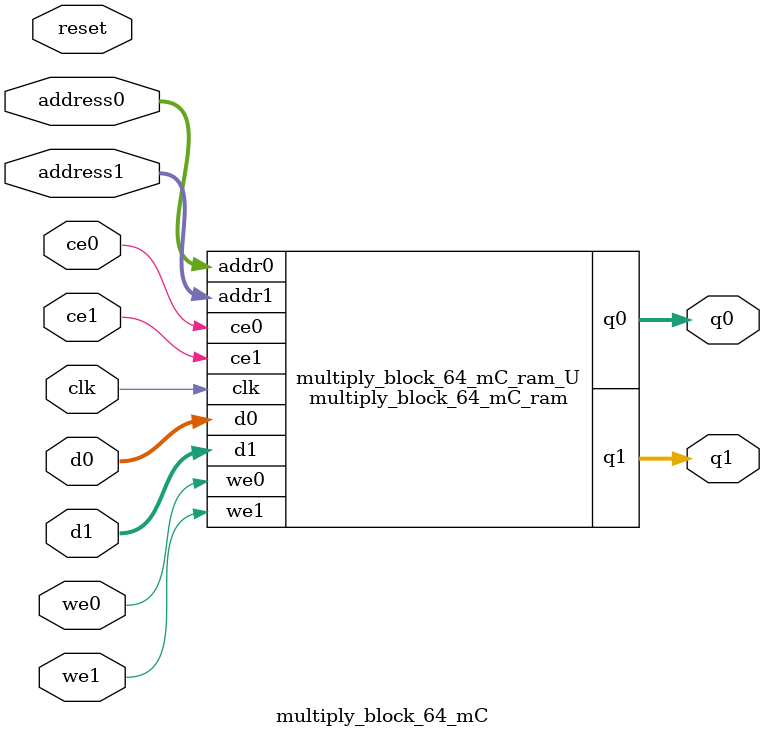
<source format=v>
`timescale 1 ns / 1 ps
module multiply_block_64_mC_ram (addr0, ce0, d0, we0, q0, addr1, ce1, d1, we1, q1,  clk);

parameter DWIDTH = 32;
parameter AWIDTH = 12;
parameter MEM_SIZE = 4096;

input[AWIDTH-1:0] addr0;
input ce0;
input[DWIDTH-1:0] d0;
input we0;
output reg[DWIDTH-1:0] q0;
input[AWIDTH-1:0] addr1;
input ce1;
input[DWIDTH-1:0] d1;
input we1;
output reg[DWIDTH-1:0] q1;
input clk;

(* ram_style = "block" *)reg [DWIDTH-1:0] ram[0:MEM_SIZE-1];




always @(posedge clk)  
begin 
    if (ce0) 
    begin
        if (we0) 
        begin 
            ram[addr0] <= d0; 
        end 
        q0 <= ram[addr0];
    end
end


always @(posedge clk)  
begin 
    if (ce1) 
    begin
        if (we1) 
        begin 
            ram[addr1] <= d1; 
        end 
        q1 <= ram[addr1];
    end
end


endmodule

`timescale 1 ns / 1 ps
module multiply_block_64_mC(
    reset,
    clk,
    address0,
    ce0,
    we0,
    d0,
    q0,
    address1,
    ce1,
    we1,
    d1,
    q1);

parameter DataWidth = 32'd32;
parameter AddressRange = 32'd4096;
parameter AddressWidth = 32'd12;
input reset;
input clk;
input[AddressWidth - 1:0] address0;
input ce0;
input we0;
input[DataWidth - 1:0] d0;
output[DataWidth - 1:0] q0;
input[AddressWidth - 1:0] address1;
input ce1;
input we1;
input[DataWidth - 1:0] d1;
output[DataWidth - 1:0] q1;



multiply_block_64_mC_ram multiply_block_64_mC_ram_U(
    .clk( clk ),
    .addr0( address0 ),
    .ce0( ce0 ),
    .we0( we0 ),
    .d0( d0 ),
    .q0( q0 ),
    .addr1( address1 ),
    .ce1( ce1 ),
    .we1( we1 ),
    .d1( d1 ),
    .q1( q1 ));

endmodule


</source>
